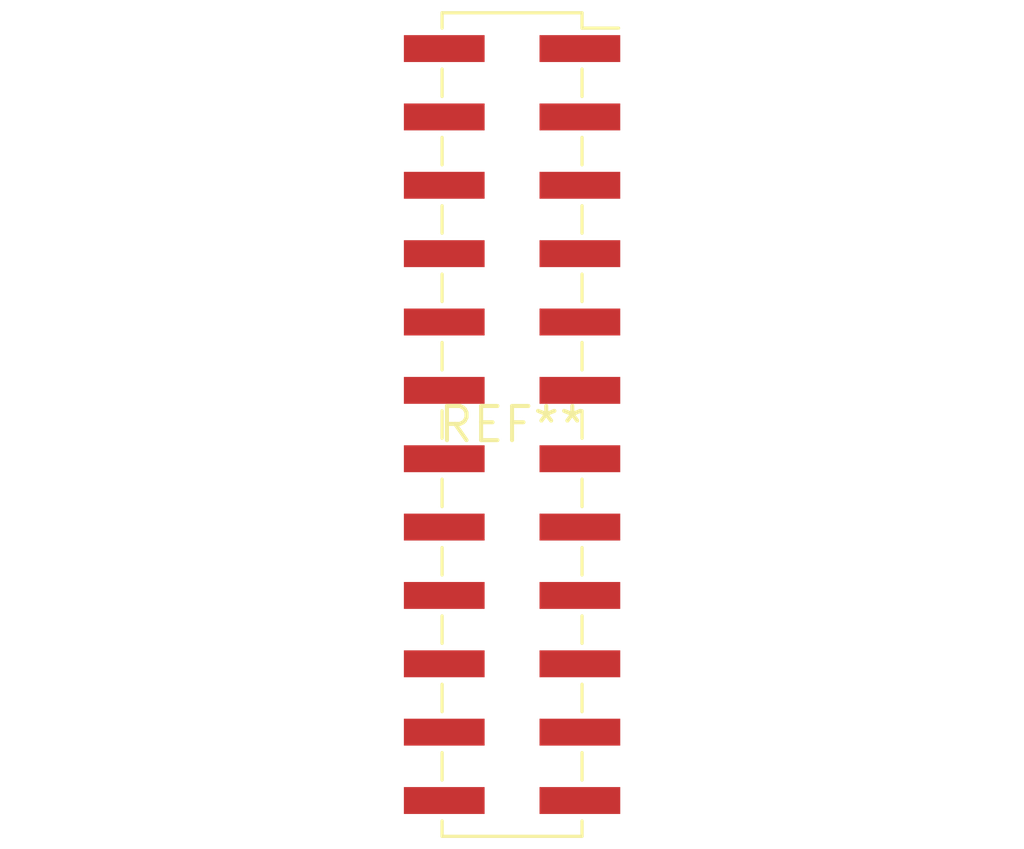
<source format=kicad_pcb>
(kicad_pcb (version 20240108) (generator pcbnew)
  (layers (0 "F.Cu" signal) (31 "B.Cu" signal) (34 "B.Paste" user) (35 "F.Paste" user) (36 "B.SilkS" user "B.Silkscreen") (37 "F.SilkS" user "F.Silkscreen") (38 "B.Mask" user) (39 "F.Mask" user) (44 "Edge.Cuts" user))
  (net 0 "")
  (footprint "PinSocket_2x12_P2.54mm_Vertical_SMD" (layer "F.Cu") (at 0 0)
    (property "Reference" "REF**")
    (property "Value" "PinSocket_2x12_P2.54mm_Vertical_SMD")
    (fp_line (start -2.6 -15.3) (end -2.6 -14.73) (layer "F.SilkS") (stroke (width 0.12)))
    (fp_line (start -2.6 -15.3) (end 2.6 -15.3) (layer "F.SilkS") (stroke (width 0.12)))
    (fp_line (start -2.6 -13.21) (end -2.6 -12.19) (layer "F.SilkS") (stroke (width 0.12)))
    (fp_line (start -2.6 -10.67) (end -2.6 -9.65) (layer "F.SilkS") (stroke (width 0.12)))
    (fp_line (start -2.6 -8.13) (end -2.6 -7.11) (layer "F.SilkS") (stroke (width 0.12)))
    (fp_line (start -2.6 -5.59) (end -2.6 -4.57) (layer "F.SilkS") (stroke (width 0.12)))
    (fp_line (start -2.6 -3.05) (end -2.6 -2.03) (layer "F.SilkS") (stroke (width 0.12)))
    (fp_line (start -2.6 -0.51) (end -2.6 0.51) (layer "F.SilkS") (stroke (width 0.12)))
    (fp_line (start -2.6 2.03) (end -2.6 3.05) (layer "F.SilkS") (stroke (width 0.12)))
    (fp_line (start -2.6 4.57) (end -2.6 5.59) (layer "F.SilkS") (stroke (width 0.12)))
    (fp_line (start -2.6 7.11) (end -2.6 8.13) (layer "F.SilkS") (stroke (width 0.12)))
    (fp_line (start -2.6 9.65) (end -2.6 10.67) (layer "F.SilkS") (stroke (width 0.12)))
    (fp_line (start -2.6 12.19) (end -2.6 13.21) (layer "F.SilkS") (stroke (width 0.12)))
    (fp_line (start -2.6 14.73) (end -2.6 15.3) (layer "F.SilkS") (stroke (width 0.12)))
    (fp_line (start -2.6 15.3) (end 2.6 15.3) (layer "F.SilkS") (stroke (width 0.12)))
    (fp_line (start 2.6 -15.3) (end 2.6 -14.73) (layer "F.SilkS") (stroke (width 0.12)))
    (fp_line (start 2.6 -14.73) (end 3.96 -14.73) (layer "F.SilkS") (stroke (width 0.12)))
    (fp_line (start 2.6 -13.21) (end 2.6 -12.19) (layer "F.SilkS") (stroke (width 0.12)))
    (fp_line (start 2.6 -10.67) (end 2.6 -9.65) (layer "F.SilkS") (stroke (width 0.12)))
    (fp_line (start 2.6 -8.13) (end 2.6 -7.11) (layer "F.SilkS") (stroke (width 0.12)))
    (fp_line (start 2.6 -5.59) (end 2.6 -4.57) (layer "F.SilkS") (stroke (width 0.12)))
    (fp_line (start 2.6 -3.05) (end 2.6 -2.03) (layer "F.SilkS") (stroke (width 0.12)))
    (fp_line (start 2.6 -0.51) (end 2.6 0.51) (layer "F.SilkS") (stroke (width 0.12)))
    (fp_line (start 2.6 2.03) (end 2.6 3.05) (layer "F.SilkS") (stroke (width 0.12)))
    (fp_line (start 2.6 4.57) (end 2.6 5.59) (layer "F.SilkS") (stroke (width 0.12)))
    (fp_line (start 2.6 7.11) (end 2.6 8.13) (layer "F.SilkS") (stroke (width 0.12)))
    (fp_line (start 2.6 9.65) (end 2.6 10.67) (layer "F.SilkS") (stroke (width 0.12)))
    (fp_line (start 2.6 12.19) (end 2.6 13.21) (layer "F.SilkS") (stroke (width 0.12)))
    (fp_line (start 2.6 14.73) (end 2.6 15.3) (layer "F.SilkS") (stroke (width 0.12)))
    (pad "1" smd rect (at 2.52 -13.97) (size 3 1) (layers "F.Cu" "F.Paste" "F.Mask"))
    (pad "2" smd rect (at -2.52 -13.97) (size 3 1) (layers "F.Cu" "F.Paste" "F.Mask"))
    (pad "3" smd rect (at 2.52 -11.43) (size 3 1) (layers "F.Cu" "F.Paste" "F.Mask"))
    (pad "4" smd rect (at -2.52 -11.43) (size 3 1) (layers "F.Cu" "F.Paste" "F.Mask"))
    (pad "5" smd rect (at 2.52 -8.89) (size 3 1) (layers "F.Cu" "F.Paste" "F.Mask"))
    (pad "6" smd rect (at -2.52 -8.89) (size 3 1) (layers "F.Cu" "F.Paste" "F.Mask"))
    (pad "7" smd rect (at 2.52 -6.35) (size 3 1) (layers "F.Cu" "F.Paste" "F.Mask"))
    (pad "8" smd rect (at -2.52 -6.35) (size 3 1) (layers "F.Cu" "F.Paste" "F.Mask"))
    (pad "9" smd rect (at 2.52 -3.81) (size 3 1) (layers "F.Cu" "F.Paste" "F.Mask"))
    (pad "10" smd rect (at -2.52 -3.81) (size 3 1) (layers "F.Cu" "F.Paste" "F.Mask"))
    (pad "11" smd rect (at 2.52 -1.27) (size 3 1) (layers "F.Cu" "F.Paste" "F.Mask"))
    (pad "12" smd rect (at -2.52 -1.27) (size 3 1) (layers "F.Cu" "F.Paste" "F.Mask"))
    (pad "13" smd rect (at 2.52 1.27) (size 3 1) (layers "F.Cu" "F.Paste" "F.Mask"))
    (pad "14" smd rect (at -2.52 1.27) (size 3 1) (layers "F.Cu" "F.Paste" "F.Mask"))
    (pad "15" smd rect (at 2.52 3.81) (size 3 1) (layers "F.Cu" "F.Paste" "F.Mask"))
    (pad "16" smd rect (at -2.52 3.81) (size 3 1) (layers "F.Cu" "F.Paste" "F.Mask"))
    (pad "17" smd rect (at 2.52 6.35) (size 3 1) (layers "F.Cu" "F.Paste" "F.Mask"))
    (pad "18" smd rect (at -2.52 6.35) (size 3 1) (layers "F.Cu" "F.Paste" "F.Mask"))
    (pad "19" smd rect (at 2.52 8.89) (size 3 1) (layers "F.Cu" "F.Paste" "F.Mask"))
    (pad "20" smd rect (at -2.52 8.89) (size 3 1) (layers "F.Cu" "F.Paste" "F.Mask"))
    (pad "21" smd rect (at 2.52 11.43) (size 3 1) (layers "F.Cu" "F.Paste" "F.Mask"))
    (pad "22" smd rect (at -2.52 11.43) (size 3 1) (layers "F.Cu" "F.Paste" "F.Mask"))
    (pad "23" smd rect (at 2.52 13.97) (size 3 1) (layers "F.Cu" "F.Paste" "F.Mask"))
    (pad "24" smd rect (at -2.52 13.97) (size 3 1) (layers "F.Cu" "F.Paste" "F.Mask"))
  )
)
</source>
